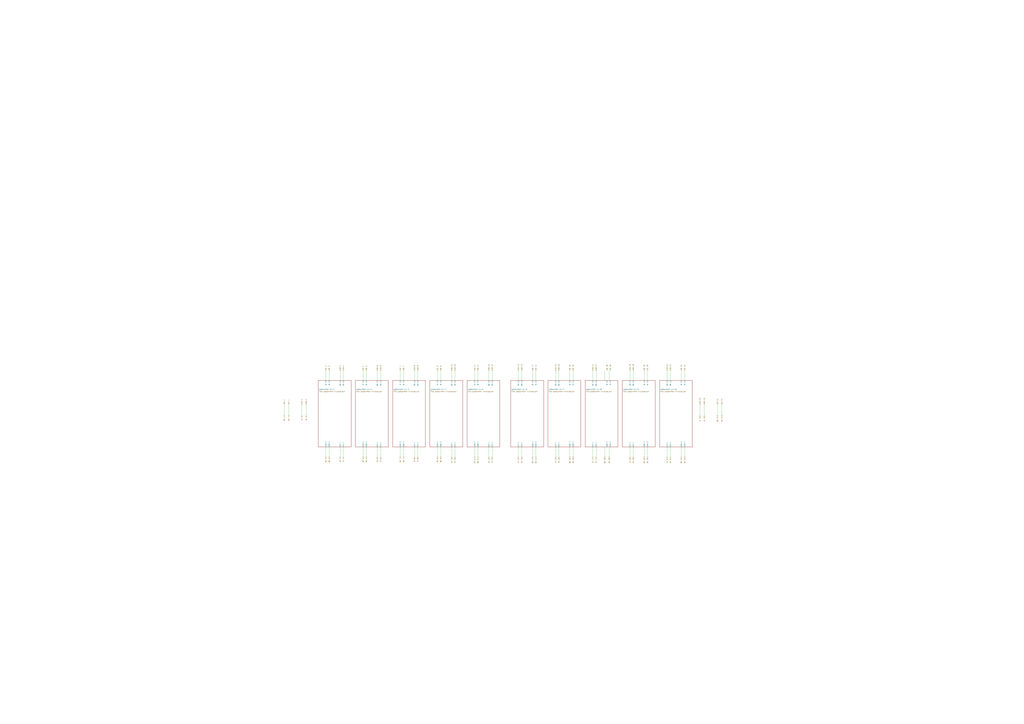
<source format=kicad_sch>
(kicad_sch
	(version 20231120)
	(generator "eeschema")
	(generator_version "8.0")
	(uuid "99161398-2f81-4d73-9532-45031819190d")
	(paper "A0")
	(lib_symbols)
	(wire
		(pts
			(xy 692.15 519.43) (xy 692.15 530.86)
		)
		(stroke
			(width 0)
			(type default)
		)
		(uuid "03ef1d2a-1eeb-444a-b294-499fba90be99")
	)
	(wire
		(pts
			(xy 567.69 519.43) (xy 567.69 530.86)
		)
		(stroke
			(width 0)
			(type default)
		)
		(uuid "04b1edcb-79ac-4220-97cc-0f49febe8cf7")
	)
	(wire
		(pts
			(xy 661.67 430.53) (xy 661.67 441.96)
		)
		(stroke
			(width 0)
			(type default)
		)
		(uuid "07e817a8-27e8-419d-8fbf-0197b9a124f2")
	)
	(wire
		(pts
			(xy 551.18 430.53) (xy 551.18 441.96)
		)
		(stroke
			(width 0)
			(type default)
		)
		(uuid "0a3d463e-151f-4f99-962f-01b7b4ca4c7b")
	)
	(wire
		(pts
			(xy 645.16 519.43) (xy 645.16 530.86)
		)
		(stroke
			(width 0)
			(type default)
		)
		(uuid "103569d0-30f8-4228-b7dd-18df522b625f")
	)
	(wire
		(pts
			(xy 421.64 430.53) (xy 421.64 441.96)
		)
		(stroke
			(width 0)
			(type default)
		)
		(uuid "14c7b07e-0ba2-4ab7-afb7-c6e83b80d462")
	)
	(wire
		(pts
			(xy 817.88 469.9) (xy 817.88 482.6)
		)
		(stroke
			(width 0)
			(type default)
		)
		(uuid "1e495002-f0e9-4ac0-b98f-222a28996546")
	)
	(wire
		(pts
			(xy 464.82 430.53) (xy 464.82 441.96)
		)
		(stroke
			(width 0)
			(type default)
		)
		(uuid "2090f557-9e12-4ec1-bdf8-095a22f78b8b")
	)
	(wire
		(pts
			(xy 707.39 430.53) (xy 707.39 441.96)
		)
		(stroke
			(width 0)
			(type default)
		)
		(uuid "2275169c-48f0-4ec7-93fe-3cb46beb7b77")
	)
	(wire
		(pts
			(xy 702.31 519.43) (xy 702.31 530.86)
		)
		(stroke
			(width 0)
			(type default)
		)
		(uuid "237a5158-e4d7-467d-b2b5-ef9da608a523")
	)
	(wire
		(pts
			(xy 735.33 430.53) (xy 735.33 441.96)
		)
		(stroke
			(width 0)
			(type default)
		)
		(uuid "273687c6-638b-4137-9674-f69a2bce4bf2")
	)
	(wire
		(pts
			(xy 394.97 430.53) (xy 394.97 441.96)
		)
		(stroke
			(width 0)
			(type default)
		)
		(uuid "279393c6-ef64-46ac-8cd2-c0f5edafb0f4")
	)
	(wire
		(pts
			(xy 774.7 519.43) (xy 774.7 530.86)
		)
		(stroke
			(width 0)
			(type default)
		)
		(uuid "27d0d40f-80ed-4129-97f3-c4d2d0108462")
	)
	(wire
		(pts
			(xy 528.32 430.53) (xy 528.32 441.96)
		)
		(stroke
			(width 0)
			(type default)
		)
		(uuid "28ca2837-9a58-46a7-88bb-056079c15e03")
	)
	(wire
		(pts
			(xy 707.39 519.43) (xy 707.39 530.86)
		)
		(stroke
			(width 0)
			(type default)
		)
		(uuid "34a57f4a-96ee-4f61-9d58-cb797c7bb419")
	)
	(wire
		(pts
			(xy 508 430.53) (xy 508 441.96)
		)
		(stroke
			(width 0)
			(type default)
		)
		(uuid "398ab76a-00af-4a7b-a8b8-443f34ddac0a")
	)
	(wire
		(pts
			(xy 355.6 482.6) (xy 355.6 469.9)
		)
		(stroke
			(width 0)
			(type default)
		)
		(uuid "3a8b9d00-fda6-4081-96e1-4d6d86cf9b43")
	)
	(wire
		(pts
			(xy 382.27 519.43) (xy 382.27 530.86)
		)
		(stroke
			(width 0)
			(type default)
		)
		(uuid "419259ad-011f-474d-bf2e-49586ecccc7d")
	)
	(wire
		(pts
			(xy 571.5 519.43) (xy 571.5 530.86)
		)
		(stroke
			(width 0)
			(type default)
		)
		(uuid "45eadb70-5e5d-4806-85a6-ad7d1492e1ea")
	)
	(wire
		(pts
			(xy 778.51 430.53) (xy 778.51 441.96)
		)
		(stroke
			(width 0)
			(type default)
		)
		(uuid "47734316-0196-48a3-a71e-98b6b244247f")
	)
	(wire
		(pts
			(xy 702.31 430.53) (xy 702.31 441.96)
		)
		(stroke
			(width 0)
			(type default)
		)
		(uuid "4a16c4ed-9484-4d09-9840-402c1e38e8b0")
	)
	(wire
		(pts
			(xy 605.79 519.43) (xy 605.79 530.86)
		)
		(stroke
			(width 0)
			(type default)
		)
		(uuid "50084131-03d7-400c-b420-9ee5c55439ac")
	)
	(wire
		(pts
			(xy 425.45 430.53) (xy 425.45 441.96)
		)
		(stroke
			(width 0)
			(type default)
		)
		(uuid "507cc8a3-2544-48d5-896e-e7b85a9024f5")
	)
	(wire
		(pts
			(xy 665.48 519.43) (xy 665.48 530.86)
		)
		(stroke
			(width 0)
			(type default)
		)
		(uuid "53d50e32-9c2d-48e3-bcfd-62b627a99b90")
	)
	(wire
		(pts
			(xy 481.33 430.53) (xy 481.33 441.96)
		)
		(stroke
			(width 0)
			(type default)
		)
		(uuid "53fbc191-54e1-4edf-8287-7c9b174de417")
	)
	(wire
		(pts
			(xy 622.3 519.43) (xy 622.3 530.86)
		)
		(stroke
			(width 0)
			(type default)
		)
		(uuid "589b9814-a3f2-46d9-a312-6a8619795a4f")
	)
	(wire
		(pts
			(xy 464.82 519.43) (xy 464.82 530.86)
		)
		(stroke
			(width 0)
			(type default)
		)
		(uuid "58b58163-46a6-4439-9eaa-5c94f1bd5bff")
	)
	(wire
		(pts
			(xy 688.34 519.43) (xy 688.34 530.86)
		)
		(stroke
			(width 0)
			(type default)
		)
		(uuid "5ab80698-5a28-472a-a712-a9fd73a0e393")
	)
	(wire
		(pts
			(xy 524.51 430.53) (xy 524.51 441.96)
		)
		(stroke
			(width 0)
			(type default)
		)
		(uuid "5cc86ee0-4205-4906-a589-742dee7e8660")
	)
	(wire
		(pts
			(xy 551.18 519.43) (xy 551.18 530.86)
		)
		(stroke
			(width 0)
			(type default)
		)
		(uuid "614dbd16-e177-4486-89c1-167eba536df1")
	)
	(wire
		(pts
			(xy 795.02 519.43) (xy 795.02 530.86)
		)
		(stroke
			(width 0)
			(type default)
		)
		(uuid "6216dfea-4cdb-4bfe-bbec-266791c111a9")
	)
	(wire
		(pts
			(xy 795.02 430.53) (xy 795.02 441.96)
		)
		(stroke
			(width 0)
			(type default)
		)
		(uuid "6355fa77-8291-466e-8fc9-ad37b479e5af")
	)
	(wire
		(pts
			(xy 622.3 430.53) (xy 622.3 441.96)
		)
		(stroke
			(width 0)
			(type default)
		)
		(uuid "68daf35f-9d6e-4a8c-80f7-650ba742dbcc")
	)
	(wire
		(pts
			(xy 441.96 430.53) (xy 441.96 441.96)
		)
		(stroke
			(width 0)
			(type default)
		)
		(uuid "6a112ff4-c961-4a6f-9a88-5443ff79e8a4")
	)
	(wire
		(pts
			(xy 645.16 430.53) (xy 645.16 441.96)
		)
		(stroke
			(width 0)
			(type default)
		)
		(uuid "6a72b760-5158-4552-90da-4af457bca46e")
	)
	(wire
		(pts
			(xy 648.97 519.43) (xy 648.97 530.86)
		)
		(stroke
			(width 0)
			(type default)
		)
		(uuid "6c704755-8d06-492e-a3ac-ac211f2c8349")
	)
	(wire
		(pts
			(xy 812.8 469.9) (xy 812.8 482.6)
		)
		(stroke
			(width 0)
			(type default)
		)
		(uuid "6d333c43-9994-4072-a790-f98fa0eb1b64")
	)
	(wire
		(pts
			(xy 330.2 482.6) (xy 330.2 469.9)
		)
		(stroke
			(width 0)
			(type default)
		)
		(uuid "728ce88f-0d8d-47ed-bb09-fa7e880cf301")
	)
	(wire
		(pts
			(xy 481.33 519.43) (xy 481.33 530.86)
		)
		(stroke
			(width 0)
			(type default)
		)
		(uuid "75b2c8d1-949d-413c-b96c-283f0ba2ddb2")
	)
	(wire
		(pts
			(xy 485.14 430.53) (xy 485.14 441.96)
		)
		(stroke
			(width 0)
			(type default)
		)
		(uuid "75c5a3fd-5cfe-430c-8c6f-2fb360e25c97")
	)
	(wire
		(pts
			(xy 838.2 469.9) (xy 838.2 482.6)
		)
		(stroke
			(width 0)
			(type default)
		)
		(uuid "7d62802b-866d-4ca5-bfd9-19afe8f94bfd")
	)
	(wire
		(pts
			(xy 528.32 519.43) (xy 528.32 530.86)
		)
		(stroke
			(width 0)
			(type default)
		)
		(uuid "80870aa8-54c1-492a-982a-f1db26561c13")
	)
	(wire
		(pts
			(xy 571.5 430.53) (xy 571.5 441.96)
		)
		(stroke
			(width 0)
			(type default)
		)
		(uuid "81c60680-93aa-445c-a2db-7852a3db46c0")
	)
	(wire
		(pts
			(xy 378.46 519.43) (xy 378.46 530.86)
		)
		(stroke
			(width 0)
			(type default)
		)
		(uuid "83247dda-75c4-4c90-9af8-43df0f073c03")
	)
	(wire
		(pts
			(xy 524.51 519.43) (xy 524.51 530.86)
		)
		(stroke
			(width 0)
			(type default)
		)
		(uuid "8bad9fff-7b51-4f76-9c2d-11b01330742f")
	)
	(wire
		(pts
			(xy 731.52 519.43) (xy 731.52 530.86)
		)
		(stroke
			(width 0)
			(type default)
		)
		(uuid "8ee34c08-175f-46eb-89a5-f4399b45eccc")
	)
	(wire
		(pts
			(xy 394.97 519.43) (xy 394.97 530.86)
		)
		(stroke
			(width 0)
			(type default)
		)
		(uuid "91fc253a-59a8-4080-9760-8ff99f047e81")
	)
	(wire
		(pts
			(xy 748.03 430.53) (xy 748.03 441.96)
		)
		(stroke
			(width 0)
			(type default)
		)
		(uuid "94892001-183d-46d4-b25e-745d614db488")
	)
	(wire
		(pts
			(xy 398.78 430.53) (xy 398.78 441.96)
		)
		(stroke
			(width 0)
			(type default)
		)
		(uuid "98e86458-3eb2-48a4-94e7-6d2c57727173")
	)
	(wire
		(pts
			(xy 688.34 430.53) (xy 688.34 441.96)
		)
		(stroke
			(width 0)
			(type default)
		)
		(uuid "9b45fe86-7ec4-482b-9f27-b960fa2d3b30")
	)
	(wire
		(pts
			(xy 648.97 430.53) (xy 648.97 441.96)
		)
		(stroke
			(width 0)
			(type default)
		)
		(uuid "9bcb8b22-7de4-43f7-9612-ab33e4866af8")
	)
	(wire
		(pts
			(xy 438.15 519.43) (xy 438.15 530.86)
		)
		(stroke
			(width 0)
			(type default)
		)
		(uuid "a94303b1-3d35-4aa5-bc36-7def51aa7f97")
	)
	(wire
		(pts
			(xy 378.46 430.53) (xy 378.46 441.96)
		)
		(stroke
			(width 0)
			(type default)
		)
		(uuid "acd62100-3b75-4fe8-96e4-7ec80e18eb76")
	)
	(wire
		(pts
			(xy 731.52 430.53) (xy 731.52 441.96)
		)
		(stroke
			(width 0)
			(type default)
		)
		(uuid "ae8b4b45-a7be-454d-aba4-61bddbb43dbf")
	)
	(wire
		(pts
			(xy 511.81 519.43) (xy 511.81 530.86)
		)
		(stroke
			(width 0)
			(type default)
		)
		(uuid "afa2a78f-762a-491c-b43f-fe36f7bdd660")
	)
	(wire
		(pts
			(xy 748.03 519.43) (xy 748.03 530.86)
		)
		(stroke
			(width 0)
			(type default)
		)
		(uuid "b0f5d69d-06af-4ed2-8df4-364528809a05")
	)
	(wire
		(pts
			(xy 791.21 519.43) (xy 791.21 530.86)
		)
		(stroke
			(width 0)
			(type default)
		)
		(uuid "b2d2bfff-a87f-4929-a2c3-c68868d918ef")
	)
	(wire
		(pts
			(xy 554.99 519.43) (xy 554.99 530.86)
		)
		(stroke
			(width 0)
			(type default)
		)
		(uuid "b3114d5f-0885-4a8c-b7fe-c2039f784a8a")
	)
	(wire
		(pts
			(xy 554.99 430.53) (xy 554.99 441.96)
		)
		(stroke
			(width 0)
			(type default)
		)
		(uuid "b356fd82-6d7c-4c40-9b1e-001fc8783c92")
	)
	(wire
		(pts
			(xy 567.69 430.53) (xy 567.69 441.96)
		)
		(stroke
			(width 0)
			(type default)
		)
		(uuid "b634d024-fd8b-4d34-9136-373af496e2f6")
	)
	(wire
		(pts
			(xy 421.64 519.43) (xy 421.64 530.86)
		)
		(stroke
			(width 0)
			(type default)
		)
		(uuid "b6644854-6796-4b69-86ff-f694ca2086dd")
	)
	(wire
		(pts
			(xy 601.98 519.43) (xy 601.98 530.86)
		)
		(stroke
			(width 0)
			(type default)
		)
		(uuid "bf9f5553-8a6d-42f8-a81d-8c71e2ad2d5b")
	)
	(wire
		(pts
			(xy 751.84 519.43) (xy 751.84 530.86)
		)
		(stroke
			(width 0)
			(type default)
		)
		(uuid "c768873a-0793-4ce1-a888-a13374cb16ef")
	)
	(wire
		(pts
			(xy 751.84 430.53) (xy 751.84 441.96)
		)
		(stroke
			(width 0)
			(type default)
		)
		(uuid "c82abb98-cba5-4d1f-919e-4feac84378bc")
	)
	(wire
		(pts
			(xy 735.33 519.43) (xy 735.33 530.86)
		)
		(stroke
			(width 0)
			(type default)
		)
		(uuid "ca729230-52a0-4b77-bb18-65b513305822")
	)
	(wire
		(pts
			(xy 833.12 469.9) (xy 833.12 482.6)
		)
		(stroke
			(width 0)
			(type default)
		)
		(uuid "cfe5cb15-872b-4eb5-ae90-d68bbf34a2a3")
	)
	(wire
		(pts
			(xy 511.81 430.53) (xy 511.81 441.96)
		)
		(stroke
			(width 0)
			(type default)
		)
		(uuid "cff87d13-1afd-42d7-ab3e-c50c62dde418")
	)
	(wire
		(pts
			(xy 398.78 519.43) (xy 398.78 530.86)
		)
		(stroke
			(width 0)
			(type default)
		)
		(uuid "d3b85bda-c691-4716-ac6f-d1c0fbf78202")
	)
	(wire
		(pts
			(xy 774.7 430.53) (xy 774.7 441.96)
		)
		(stroke
			(width 0)
			(type default)
		)
		(uuid "d44b45d7-f893-4eeb-90b5-9bf8f0a716af")
	)
	(wire
		(pts
			(xy 692.15 430.53) (xy 692.15 441.96)
		)
		(stroke
			(width 0)
			(type default)
		)
		(uuid "d5be48a4-8dc8-404a-ba70-6a1b3321529e")
	)
	(wire
		(pts
			(xy 468.63 430.53) (xy 468.63 441.96)
		)
		(stroke
			(width 0)
			(type default)
		)
		(uuid "d722cdff-4b55-4234-b60c-82179094b118")
	)
	(wire
		(pts
			(xy 601.98 430.53) (xy 601.98 441.96)
		)
		(stroke
			(width 0)
			(type default)
		)
		(uuid "d98bd84c-f7bb-4696-988d-591935f6f60c")
	)
	(wire
		(pts
			(xy 485.14 519.43) (xy 485.14 530.86)
		)
		(stroke
			(width 0)
			(type default)
		)
		(uuid "dcbe2151-1278-4893-94ed-30135e67b1ca")
	)
	(wire
		(pts
			(xy 778.51 519.43) (xy 778.51 530.86)
		)
		(stroke
			(width 0)
			(type default)
		)
		(uuid "dd4d7dee-4ff6-4b15-820e-f80e9eb08db4")
	)
	(wire
		(pts
			(xy 618.49 519.43) (xy 618.49 530.86)
		)
		(stroke
			(width 0)
			(type default)
		)
		(uuid "ddf5efc5-0a39-4641-9206-735b3eb93303")
	)
	(wire
		(pts
			(xy 438.15 430.53) (xy 438.15 441.96)
		)
		(stroke
			(width 0)
			(type default)
		)
		(uuid "e220b21c-8021-44a7-afd6-04127c37ffb5")
	)
	(wire
		(pts
			(xy 468.63 519.43) (xy 468.63 530.86)
		)
		(stroke
			(width 0)
			(type default)
		)
		(uuid "e300ee61-1703-4e58-9167-3889a70a4277")
	)
	(wire
		(pts
			(xy 618.49 430.53) (xy 618.49 441.96)
		)
		(stroke
			(width 0)
			(type default)
		)
		(uuid "e51a487e-36f5-4906-8e93-7b754b61d677")
	)
	(wire
		(pts
			(xy 791.21 430.53) (xy 791.21 441.96)
		)
		(stroke
			(width 0)
			(type default)
		)
		(uuid "e8380f39-8719-4aec-b4df-1a17aadd13af")
	)
	(wire
		(pts
			(xy 350.52 482.6) (xy 350.52 469.9)
		)
		(stroke
			(width 0)
			(type default)
		)
		(uuid "ea4b8f4a-b982-4564-ba4b-c46885f16a45")
	)
	(wire
		(pts
			(xy 508 519.43) (xy 508 530.86)
		)
		(stroke
			(width 0)
			(type default)
		)
		(uuid "eacef1c7-bc22-4c35-a143-fb9ba93f7436")
	)
	(wire
		(pts
			(xy 382.27 430.53) (xy 382.27 441.96)
		)
		(stroke
			(width 0)
			(type default)
		)
		(uuid "eca3a7ac-a48c-479f-9c45-c4b0e9750410")
	)
	(wire
		(pts
			(xy 335.28 482.6) (xy 335.28 469.9)
		)
		(stroke
			(width 0)
			(type default)
		)
		(uuid "f746664c-1077-4d36-8678-a931b4d349c7")
	)
	(wire
		(pts
			(xy 441.96 519.43) (xy 441.96 530.86)
		)
		(stroke
			(width 0)
			(type default)
		)
		(uuid "f833624d-ec40-4f39-971c-747f687fb41d")
	)
	(wire
		(pts
			(xy 665.48 430.53) (xy 665.48 441.96)
		)
		(stroke
			(width 0)
			(type default)
		)
		(uuid "f8968b8b-21ca-42a1-af6b-b7158f608506")
	)
	(wire
		(pts
			(xy 605.79 430.53) (xy 605.79 441.96)
		)
		(stroke
			(width 0)
			(type default)
		)
		(uuid "f9bfea69-2354-415f-b763-81e3c788ac25")
	)
	(wire
		(pts
			(xy 425.45 519.43) (xy 425.45 530.86)
		)
		(stroke
			(width 0)
			(type default)
		)
		(uuid "fac67fed-bb85-4194-b83c-16f5cf954b0b")
	)
	(wire
		(pts
			(xy 661.67 519.43) (xy 661.67 530.86)
		)
		(stroke
			(width 0)
			(type default)
		)
		(uuid "fe8bcd12-1c53-4cdc-8431-26728bd0a0fc")
	)
	(hierarchical_label "BO 20"
		(shape output)
		(at 748.03 530.86 270)
		(fields_autoplaced yes)
		(effects
			(font
				(size 1.27 1.27)
			)
			(justify right)
		)
		(uuid "03de4795-60f0-4716-906d-6d59d626cf54")
	)
	(hierarchical_label "BO 8"
		(shape output)
		(at 485.14 430.53 90)
		(fields_autoplaced yes)
		(effects
			(font
				(size 1.27 1.27)
			)
			(justify left)
		)
		(uuid "05d3aac6-5e84-4467-a01e-79a50f297105")
	)
	(hierarchical_label "DO 11"
		(shape output)
		(at 551.18 530.86 270)
		(fields_autoplaced yes)
		(effects
			(font
				(size 1.27 1.27)
			)
			(justify right)
		)
		(uuid "099d2f5c-ddb6-41a1-be0b-236b62a1227d")
	)
	(hierarchical_label "DI 16"
		(shape input)
		(at 665.48 430.53 90)
		(fields_autoplaced yes)
		(effects
			(font
				(size 1.27 1.27)
			)
			(justify left)
		)
		(uuid "13293af8-9ce3-4a49-838c-60eddc3944b4")
	)
	(hierarchical_label "DI 4"
		(shape input)
		(at 398.78 530.86 270)
		(fields_autoplaced yes)
		(effects
			(font
				(size 1.27 1.27)
			)
			(justify right)
		)
		(uuid "15816773-c5d3-4880-96bb-75d210db7a5e")
	)
	(hierarchical_label "BO 1"
		(shape output)
		(at 330.2 482.6 270)
		(fields_autoplaced yes)
		(effects
			(font
				(size 1.27 1.27)
			)
			(justify right)
		)
		(uuid "163fc8c7-f3b3-4d16-a883-2bf1d7149fab")
	)
	(hierarchical_label "BO 9"
		(shape output)
		(at 511.81 530.86 270)
		(fields_autoplaced yes)
		(effects
			(font
				(size 1.27 1.27)
			)
			(justify right)
		)
		(uuid "198046b4-b832-47ca-b21f-b4afa77d6002")
	)
	(hierarchical_label "BI 4"
		(shape input)
		(at 394.97 530.86 270)
		(fields_autoplaced yes)
		(effects
			(font
				(size 1.27 1.27)
			)
			(justify right)
		)
		(uuid "1bcb9902-39f4-4522-8fc9-ee0c11018f01")
	)
	(hierarchical_label "DI 5"
		(shape input)
		(at 421.64 430.53 90)
		(fields_autoplaced yes)
		(effects
			(font
				(size 1.27 1.27)
			)
			(justify left)
		)
		(uuid "1cffc81d-98b8-4274-ae1c-1ed60d172ae9")
	)
	(hierarchical_label "BO 2"
		(shape output)
		(at 355.6 469.9 90)
		(fields_autoplaced yes)
		(effects
			(font
				(size 1.27 1.27)
			)
			(justify left)
		)
		(uuid "23b59ab3-bb28-4b15-bf73-fae0210940a5")
	)
	(hierarchical_label "BI 5"
		(shape input)
		(at 425.45 430.53 90)
		(fields_autoplaced yes)
		(effects
			(font
				(size 1.27 1.27)
			)
			(justify left)
		)
		(uuid "23f6f9e6-e766-4fc3-83d4-2c67aa457f8a")
	)
	(hierarchical_label "DO 13"
		(shape output)
		(at 601.98 430.53 90)
		(fields_autoplaced yes)
		(effects
			(font
				(size 1.27 1.27)
			)
			(justify left)
		)
		(uuid "2ace4775-258b-4e26-a78b-57afad50e720")
	)
	(hierarchical_label "DO 14"
		(shape output)
		(at 622.3 530.86 270)
		(fields_autoplaced yes)
		(effects
			(font
				(size 1.27 1.27)
			)
			(justify right)
		)
		(uuid "2c201f4e-5057-4cde-b098-5d0ff9f3d80b")
	)
	(hierarchical_label "BI 19"
		(shape input)
		(at 735.33 530.86 270)
		(fields_autoplaced yes)
		(effects
			(font
				(size 1.27 1.27)
			)
			(justify right)
		)
		(uuid "2da69cef-81f7-4ef6-8205-d7f0146dec53")
	)
	(hierarchical_label "BO 18"
		(shape output)
		(at 702.31 530.86 270)
		(fields_autoplaced yes)
		(effects
			(font
				(size 1.27 1.27)
			)
			(justify right)
		)
		(uuid "31072a36-437e-44c0-a28e-7ec4d908b7c4")
	)
	(hierarchical_label "BI 3"
		(shape input)
		(at 382.27 430.53 90)
		(fields_autoplaced yes)
		(effects
			(font
				(size 1.27 1.27)
			)
			(justify left)
		)
		(uuid "33fe1a46-2abf-4311-8425-6abf6883eee0")
	)
	(hierarchical_label "DO 21"
		(shape output)
		(at 774.7 430.53 90)
		(fields_autoplaced yes)
		(effects
			(font
				(size 1.27 1.27)
			)
			(justify left)
		)
		(uuid "35dc2aba-7062-4f7f-bb62-91ccb08f81b5")
	)
	(hierarchical_label "DI 20"
		(shape input)
		(at 751.84 430.53 90)
		(fields_autoplaced yes)
		(effects
			(font
				(size 1.27 1.27)
			)
			(justify left)
		)
		(uuid "36caae05-8296-4eea-bd49-8002fa3f292d")
	)
	(hierarchical_label "DI 15"
		(shape input)
		(at 645.16 530.86 270)
		(fields_autoplaced yes)
		(effects
			(font
				(size 1.27 1.27)
			)
			(justify right)
		)
		(uuid "37141d73-54dd-44b6-b55f-d9509c0026dd")
	)
	(hierarchical_label "BO 12"
		(shape output)
		(at 567.69 430.53 90)
		(fields_autoplaced yes)
		(effects
			(font
				(size 1.27 1.27)
			)
			(justify left)
		)
		(uuid "38017b32-75da-4a4d-bfdf-451fbc68308e")
	)
	(hierarchical_label "DO 19"
		(shape output)
		(at 731.52 430.53 90)
		(fields_autoplaced yes)
		(effects
			(font
				(size 1.27 1.27)
			)
			(justify left)
		)
		(uuid "3a069159-3f49-4a5d-9305-6de1a52cccc3")
	)
	(hierarchical_label "DI 12"
		(shape input)
		(at 571.5 530.86 270)
		(fields_autoplaced yes)
		(effects
			(font
				(size 1.27 1.27)
			)
			(justify right)
		)
		(uuid "3b417700-8bc4-4524-af3e-ca6082864584")
	)
	(hierarchical_label "DO 4"
		(shape output)
		(at 398.78 430.53 90)
		(fields_autoplaced yes)
		(effects
			(font
				(size 1.27 1.27)
			)
			(justify left)
		)
		(uuid "3d3fd0b8-2bdd-4c37-8ff6-561f6ac44f2d")
	)
	(hierarchical_label "BI 11"
		(shape input)
		(at 554.99 430.53 90)
		(fields_autoplaced yes)
		(effects
			(font
				(size 1.27 1.27)
			)
			(justify left)
		)
		(uuid "3fc758b5-5780-4c81-9c35-c2c2a7fa7f5c")
	)
	(hierarchical_label "DO 18"
		(shape output)
		(at 707.39 530.86 270)
		(fields_autoplaced yes)
		(effects
			(font
				(size 1.27 1.27)
			)
			(justify right)
		)
		(uuid "42bb3e97-f6ce-4dd4-a770-9a2ea8c8543f")
	)
	(hierarchical_label "BO 5"
		(shape output)
		(at 425.45 530.86 270)
		(fields_autoplaced yes)
		(effects
			(font
				(size 1.27 1.27)
			)
			(justify right)
		)
		(uuid "477a2a81-0590-493a-a1f8-66674680b73a")
	)
	(hierarchical_label "BI 7"
		(shape input)
		(at 468.63 430.53 90)
		(fields_autoplaced yes)
		(effects
			(font
				(size 1.27 1.27)
			)
			(justify left)
		)
		(uuid "47f66fae-b924-433e-afdc-5aec9650cb65")
	)
	(hierarchical_label "DO 17"
		(shape output)
		(at 688.34 430.53 90)
		(fields_autoplaced yes)
		(effects
			(font
				(size 1.27 1.27)
			)
			(justify left)
		)
		(uuid "504989c8-f7d5-4228-abf2-3cada2068e39")
	)
	(hierarchical_label "DI 11"
		(shape input)
		(at 551.18 430.53 90)
		(fields_autoplaced yes)
		(effects
			(font
				(size 1.27 1.27)
			)
			(justify left)
		)
		(uuid "52cd3958-189d-42b7-b5c9-66873de59d06")
	)
	(hierarchical_label "BI 2"
		(shape input)
		(at 355.6 482.6 270)
		(fields_autoplaced yes)
		(effects
			(font
				(size 1.27 1.27)
			)
			(justify right)
		)
		(uuid "5482d753-04a1-4438-8f4f-add3ea8085dc")
	)
	(hierarchical_label "DI 23"
		(shape input)
		(at 812.8 482.6 270)
		(fields_autoplaced yes)
		(effects
			(font
				(size 1.27 1.27)
			)
			(justify right)
		)
		(uuid "57110a91-8614-4af0-a769-677fdacbf995")
	)
	(hierarchical_label "BI 9"
		(shape input)
		(at 511.81 430.53 90)
		(fields_autoplaced yes)
		(effects
			(font
				(size 1.27 1.27)
			)
			(justify left)
		)
		(uuid "587787c9-de25-436f-950c-a028b059774e")
	)
	(hierarchical_label "DO 20"
		(shape output)
		(at 751.84 530.86 270)
		(fields_autoplaced yes)
		(effects
			(font
				(size 1.27 1.27)
			)
			(justify right)
		)
		(uuid "58cc66ec-7564-45d9-9cda-d59c09281527")
	)
	(hierarchical_label "DO 9"
		(shape output)
		(at 508 530.86 270)
		(fields_autoplaced yes)
		(effects
			(font
				(size 1.27 1.27)
			)
			(justify right)
		)
		(uuid "5bfa5fce-65b0-4d2c-83d5-91de25df26f2")
	)
	(hierarchical_label "BO 19"
		(shape output)
		(at 735.33 430.53 90)
		(fields_autoplaced yes)
		(effects
			(font
				(size 1.27 1.27)
			)
			(justify left)
		)
		(uuid "61d4b4cf-411e-4c48-9691-722b60a79288")
	)
	(hierarchical_label "DI 3"
		(shape input)
		(at 378.46 430.53 90)
		(fields_autoplaced yes)
		(effects
			(font
				(size 1.27 1.27)
			)
			(justify left)
		)
		(uuid "6213c72e-1f5c-4b47-b49b-5c01bc5a18a7")
	)
	(hierarchical_label "DO 22"
		(shape output)
		(at 795.02 530.86 270)
		(fields_autoplaced yes)
		(effects
			(font
				(size 1.27 1.27)
			)
			(justify right)
		)
		(uuid "62c6d3fb-7835-46be-a70f-381f588c91e9")
	)
	(hierarchical_label "BI 1"
		(shape input)
		(at 330.2 469.9 90)
		(fields_autoplaced yes)
		(effects
			(font
				(size 1.27 1.27)
			)
			(justify left)
		)
		(uuid "6a32cec2-9dbb-48df-9102-ce6f2c684ee9")
	)
	(hierarchical_label "DO 10"
		(shape output)
		(at 528.32 430.53 90)
		(fields_autoplaced yes)
		(effects
			(font
				(size 1.27 1.27)
			)
			(justify left)
		)
		(uuid "6c90c675-a7fe-4122-a844-3a4903351aac")
	)
	(hierarchical_label "DI 19"
		(shape input)
		(at 731.52 530.86 270)
		(fields_autoplaced yes)
		(effects
			(font
				(size 1.27 1.27)
			)
			(justify right)
		)
		(uuid "6d12ff66-0615-4c87-afd6-c2b8a2755ba7")
	)
	(hierarchical_label "DI 10"
		(shape input)
		(at 528.32 530.86 270)
		(fields_autoplaced yes)
		(effects
			(font
				(size 1.27 1.27)
			)
			(justify right)
		)
		(uuid "6e8917d9-5eec-436a-ab77-f16ace1fcd9d")
	)
	(hierarchical_label "BO 14"
		(shape output)
		(at 618.49 530.86 270)
		(fields_autoplaced yes)
		(effects
			(font
				(size 1.27 1.27)
			)
			(justify right)
		)
		(uuid "6f1c77e8-3dca-4e32-b390-3783774d0491")
	)
	(hierarchical_label "DO 1"
		(shape output)
		(at 335.28 482.6 270)
		(fields_autoplaced yes)
		(effects
			(font
				(size 1.27 1.27)
			)
			(justify right)
		)
		(uuid "74bb49a3-68ab-4dfd-add4-1f460edb1bb6")
	)
	(hierarchical_label "BO 17"
		(shape output)
		(at 692.15 430.53 90)
		(fields_autoplaced yes)
		(effects
			(font
				(size 1.27 1.27)
			)
			(justify left)
		)
		(uuid "755c85af-b22d-456e-b2a0-d313f232acee")
	)
	(hierarchical_label "DI 13"
		(shape input)
		(at 601.98 530.86 270)
		(fields_autoplaced yes)
		(effects
			(font
				(size 1.27 1.27)
			)
			(justify right)
		)
		(uuid "76327cd2-8529-4b78-8fbe-a7ef95112fad")
	)
	(hierarchical_label "DO 12"
		(shape output)
		(at 571.5 430.53 90)
		(fields_autoplaced yes)
		(effects
			(font
				(size 1.27 1.27)
			)
			(justify left)
		)
		(uuid "76e2544d-c442-481e-bd10-13922fe9da90")
	)
	(hierarchical_label "BO 4"
		(shape output)
		(at 394.97 430.53 90)
		(fields_autoplaced yes)
		(effects
			(font
				(size 1.27 1.27)
			)
			(justify left)
		)
		(uuid "77288538-1094-48eb-aadd-963a998930eb")
	)
	(hierarchical_label "DO 5"
		(shape output)
		(at 421.64 530.86 270)
		(fields_autoplaced yes)
		(effects
			(font
				(size 1.27 1.27)
			)
			(justify right)
		)
		(uuid "7857e551-69ff-4f03-b9cb-a4a847ee8591")
	)
	(hierarchical_label "BO 16"
		(shape output)
		(at 661.67 530.86 270)
		(fields_autoplaced yes)
		(effects
			(font
				(size 1.27 1.27)
			)
			(justify right)
		)
		(uuid "7fc1ae6e-656a-437e-96e8-0525c35dccaa")
	)
	(hierarchical_label "DI 7"
		(shape input)
		(at 464.82 430.53 90)
		(fields_autoplaced yes)
		(effects
			(font
				(size 1.27 1.27)
			)
			(justify left)
		)
		(uuid "84be080e-9c09-4932-ae42-848505187b79")
	)
	(hierarchical_label "BI 21"
		(shape input)
		(at 778.51 530.86 270)
		(fields_autoplaced yes)
		(effects
			(font
				(size 1.27 1.27)
			)
			(justify right)
		)
		(uuid "85171fc9-cef9-40c9-9797-bc3388c0839d")
	)
	(hierarchical_label "BI 13"
		(shape input)
		(at 605.79 530.86 270)
		(fields_autoplaced yes)
		(effects
			(font
				(size 1.27 1.27)
			)
			(justify right)
		)
		(uuid "854613d5-d643-43f9-b457-9e93d885e552")
	)
	(hierarchical_label "BO 24"
		(shape output)
		(at 833.12 482.6 270)
		(fields_autoplaced yes)
		(effects
			(font
				(size 1.27 1.27)
			)
			(justify right)
		)
		(uuid "8e241e8c-100a-44c6-a8eb-a2fc834de00a")
	)
	(hierarchical_label "DO 24"
		(shape output)
		(at 838.2 482.6 270)
		(fields_autoplaced yes)
		(effects
			(font
				(size 1.27 1.27)
			)
			(justify right)
		)
		(uuid "93a46db6-9ab2-4dcd-af0f-c039f23f8902")
	)
	(hierarchical_label "BI 24"
		(shape input)
		(at 833.12 469.9 90)
		(fields_autoplaced yes)
		(effects
			(font
				(size 1.27 1.27)
			)
			(justify left)
		)
		(uuid "971c079e-dd5f-4aa2-876d-c462db3aa827")
	)
	(hierarchical_label "DI 22"
		(shape input)
		(at 795.02 430.53 90)
		(fields_autoplaced yes)
		(effects
			(font
				(size 1.27 1.27)
			)
			(justify left)
		)
		(uuid "9cdd6793-8e97-4de3-adc9-1920baf0d35b")
	)
	(hierarchical_label "DI 18"
		(shape input)
		(at 708.66 430.53 90)
		(fields_autoplaced yes)
		(effects
			(font
				(size 1.27 1.27)
			)
			(justify left)
		)
		(uuid "9e77a070-107b-4010-b2d1-cb6c3ce9aa81")
	)
	(hierarchical_label "BI 8"
		(shape input)
		(at 481.33 530.86 270)
		(fields_autoplaced yes)
		(effects
			(font
				(size 1.27 1.27)
			)
			(justify right)
		)
		(uuid "a09ced6a-da15-474a-a450-e0b2a0d37d0a")
	)
	(hierarchical_label "BO 6"
		(shape output)
		(at 438.15 430.53 90)
		(fields_autoplaced yes)
		(effects
			(font
				(size 1.27 1.27)
			)
			(justify left)
		)
		(uuid "a0a72c72-ada3-46ba-b7be-57fe50d96c6c")
	)
	(hierarchical_label "BO 13"
		(shape output)
		(at 605.79 430.53 90)
		(fields_autoplaced yes)
		(effects
			(font
				(size 1.27 1.27)
			)
			(justify left)
		)
		(uuid "a3434560-1104-4556-a5c9-dd6b67cccf69")
	)
	(hierarchical_label "DO 3"
		(shape output)
		(at 378.46 530.86 270)
		(fields_autoplaced yes)
		(effects
			(font
				(size 1.27 1.27)
			)
			(justify right)
		)
		(uuid "a774f9cb-ff44-44dc-aac2-1a1dbad94c2f")
	)
	(hierarchical_label "DI 24"
		(shape input)
		(at 838.2 469.9 90)
		(fields_autoplaced yes)
		(effects
			(font
				(size 1.27 1.27)
			)
			(justify left)
		)
		(uuid "a8fa1ac7-0d62-4631-885e-28e8b48929d0")
	)
	(hierarchical_label "DI 9"
		(shape input)
		(at 508 430.53 90)
		(fields_autoplaced yes)
		(effects
			(font
				(size 1.27 1.27)
			)
			(justify left)
		)
		(uuid "aba1b958-bd0b-4da2-9af9-b0bdde2064fe")
	)
	(hierarchical_label "BO 7"
		(shape output)
		(at 468.63 530.86 270)
		(fields_autoplaced yes)
		(effects
			(font
				(size 1.27 1.27)
			)
			(justify right)
		)
		(uuid "acfee449-03b4-4347-96fc-b2367feeba23")
	)
	(hierarchical_label "BI 15"
		(shape input)
		(at 648.97 530.86 270)
		(fields_autoplaced yes)
		(effects
			(font
				(size 1.27 1.27)
			)
			(justify right)
		)
		(uuid "adc70dae-1ca0-42e5-a43b-2f436d9b0757")
	)
	(hierarchical_label "DO 15"
		(shape output)
		(at 645.16 430.53 90)
		(fields_autoplaced yes)
		(effects
			(font
				(size 1.27 1.27)
			)
			(justify left)
		)
		(uuid "af024882-1b11-4174-ad76-9fc4fd9eef7b")
	)
	(hierarchical_label "DI 1"
		(shape input)
		(at 335.28 469.9 90)
		(fields_autoplaced yes)
		(effects
			(font
				(size 1.27 1.27)
			)
			(justify left)
		)
		(uuid "b7cfe31b-bbc9-40b7-b1c1-392bc56dca82")
	)
	(hierarchical_label "BO 21"
		(shape output)
		(at 778.51 430.53 90)
		(fields_autoplaced yes)
		(effects
			(font
				(size 1.27 1.27)
			)
			(justify left)
		)
		(uuid "bd9ed451-356e-453d-ba60-d5c236627c22")
	)
	(hierarchical_label "DO 7"
		(shape output)
		(at 464.82 530.86 270)
		(fields_autoplaced yes)
		(effects
			(font
				(size 1.27 1.27)
			)
			(justify right)
		)
		(uuid "bde9e8a1-1520-498d-8edd-4c8c10dd5887")
	)
	(hierarchical_label "DI 14"
		(shape input)
		(at 622.3 430.53 90)
		(fields_autoplaced yes)
		(effects
			(font
				(size 1.27 1.27)
			)
			(justify left)
		)
		(uuid "c0ab7eb9-218e-46ff-b3ed-2d77e9c2bf88")
	)
	(hierarchical_label "BI 6"
		(shape input)
		(at 438.15 530.86 270)
		(fields_autoplaced yes)
		(effects
			(font
				(size 1.27 1.27)
			)
			(justify right)
		)
		(uuid "c3d943f9-901f-4afa-8e57-ecc3c5449da3")
	)
	(hierarchical_label "DO 23"
		(shape output)
		(at 812.8 469.9 90)
		(fields_autoplaced yes)
		(effects
			(font
				(size 1.27 1.27)
			)
			(justify left)
		)
		(uuid "c5d5887d-d171-4ef4-9233-e1e61d399c9c")
	)
	(hierarchical_label "BO 23"
		(shape output)
		(at 817.88 469.9 90)
		(fields_autoplaced yes)
		(effects
			(font
				(size 1.27 1.27)
			)
			(justify left)
		)
		(uuid "c72efa4f-3f3f-4f8b-a612-45db093bb3f3")
	)
	(hierarchical_label "BI 12"
		(shape input)
		(at 567.69 530.86 270)
		(fields_autoplaced yes)
		(effects
			(font
				(size 1.27 1.27)
			)
			(justify right)
		)
		(uuid "ce949524-c571-4309-8562-c1c4beb7fc3f")
	)
	(hierarchical_label "BI 20"
		(shape input)
		(at 748.03 430.53 90)
		(fields_autoplaced yes)
		(effects
			(font
				(size 1.27 1.27)
			)
			(justify left)
		)
		(uuid "d0960a6c-47dc-4f9e-9f59-040a7f11fd13")
	)
	(hierarchical_label "DO 6"
		(shape output)
		(at 441.96 430.53 90)
		(fields_autoplaced yes)
		(effects
			(font
				(size 1.27 1.27)
			)
			(justify left)
		)
		(uuid "d198a16b-b153-4808-9ef8-bce26c67c463")
	)
	(hierarchical_label "BO 15"
		(shape output)
		(at 648.97 430.53 90)
		(fields_autoplaced yes)
		(effects
			(font
				(size 1.27 1.27)
			)
			(justify left)
		)
		(uuid "d2abd84b-7c7d-45da-8a4d-cbedff07f030")
	)
	(hierarchical_label "BI 10"
		(shape input)
		(at 524.51 530.86 270)
		(fields_autoplaced yes)
		(effects
			(font
				(size 1.27 1.27)
			)
			(justify right)
		)
		(uuid "d352fae4-cad7-4eeb-9aac-10c1a4423a3a")
	)
	(hierarchical_label "BI 14"
		(shape input)
		(at 618.49 430.53 90)
		(fields_autoplaced yes)
		(effects
			(font
				(size 1.27 1.27)
			)
			(justify left)
		)
		(uuid "d47cf6f0-3510-4b24-9806-2d5d27f45612")
	)
	(hierarchical_label "BO 10"
		(shape output)
		(at 524.51 430.53 90)
		(fields_autoplaced yes)
		(effects
			(font
				(size 1.27 1.27)
			)
			(justify left)
		)
		(uuid "d5de7141-55bc-447e-90a0-2d43ca8a9d62")
	)
	(hierarchical_label "DI 2"
		(shape input)
		(at 350.52 482.6 270)
		(fields_autoplaced yes)
		(effects
			(font
				(size 1.27 1.27)
			)
			(justify right)
		)
		(uuid "dc0b260b-f7f2-47d2-b970-c6e5d13abe66")
	)
	(hierarchical_label "BO 22"
		(shape output)
		(at 791.21 530.86 270)
		(fields_autoplaced yes)
		(effects
			(font
				(size 1.27 1.27)
			)
			(justify right)
		)
		(uuid "e1bc890b-2e3c-4768-9799-03482d67a785")
	)
	(hierarchical_label "DI 21"
		(shape input)
		(at 774.7 530.86 270)
		(fields_autoplaced yes)
		(effects
			(font
				(size 1.27 1.27)
			)
			(justify right)
		)
		(uuid "e6ba94b9-e551-45c5-8cf4-bc16049e6bed")
	)
	(hierarchical_label "DO 8"
		(shape output)
		(at 481.33 430.53 90)
		(fields_autoplaced yes)
		(effects
			(font
				(size 1.27 1.27)
			)
			(justify left)
		)
		(uuid "e8716e61-7428-40a8-a0ac-4d0dd4ea6b9f")
	)
	(hierarchical_label "BI 22"
		(shape input)
		(at 791.21 430.53 90)
		(fields_autoplaced yes)
		(effects
			(font
				(size 1.27 1.27)
			)
			(justify left)
		)
		(uuid "ea0f8a19-6bdb-4941-a9c5-2ccc2830e948")
	)
	(hierarchical_label "BI 18"
		(shape input)
		(at 704.85 430.53 90)
		(fields_autoplaced yes)
		(effects
			(font
				(size 1.27 1.27)
			)
			(justify left)
		)
		(uuid "ea981c9b-e615-4045-abb3-b937834aa184")
	)
	(hierarchical_label "BO 11"
		(shape output)
		(at 554.99 530.86 270)
		(fields_autoplaced yes)
		(effects
			(font
				(size 1.27 1.27)
			)
			(justify right)
		)
		(uuid "ec1cdb7b-636e-41e8-887c-9b22653c5a49")
	)
	(hierarchical_label "DO 2"
		(shape output)
		(at 350.52 469.9 90)
		(fields_autoplaced yes)
		(effects
			(font
				(size 1.27 1.27)
			)
			(justify left)
		)
		(uuid "ec2c1ca5-4346-4774-ab13-df0e459c1e98")
	)
	(hierarchical_label "BO 3"
		(shape output)
		(at 382.27 530.86 270)
		(fields_autoplaced yes)
		(effects
			(font
				(size 1.27 1.27)
			)
			(justify right)
		)
		(uuid "ed331ffa-6a63-486d-bcea-ace9ee5d34b1")
	)
	(hierarchical_label "DI 8"
		(shape input)
		(at 485.14 530.86 270)
		(fields_autoplaced yes)
		(effects
			(font
				(size 1.27 1.27)
			)
			(justify right)
		)
		(uuid "ed480f24-a350-4709-ae65-d466d1233e0e")
	)
	(hierarchical_label "BI 23"
		(shape input)
		(at 817.88 482.6 270)
		(fields_autoplaced yes)
		(effects
			(font
				(size 1.27 1.27)
			)
			(justify right)
		)
		(uuid "efa33c2c-5309-42fc-a3a4-c357daa3cd05")
	)
	(hierarchical_label "BI 17"
		(shape input)
		(at 692.15 530.86 270)
		(fields_autoplaced yes)
		(effects
			(font
				(size 1.27 1.27)
			)
			(justify right)
		)
		(uuid "f40d1a65-471b-410a-ae6e-969c101e7bac")
	)
	(hierarchical_label "DI 17"
		(shape input)
		(at 688.34 530.86 270)
		(fields_autoplaced yes)
		(effects
			(font
				(size 1.27 1.27)
			)
			(justify right)
		)
		(uuid "f8cf96a2-abd5-4dfa-ab55-2bc20a8b2b23")
	)
	(hierarchical_label "DI 6"
		(shape input)
		(at 441.96 530.86 270)
		(fields_autoplaced yes)
		(effects
			(font
				(size 1.27 1.27)
			)
			(justify right)
		)
		(uuid "fa52a5b3-89be-4a61-86b0-2f6452a5fbd5")
	)
	(hierarchical_label "DO 16"
		(shape output)
		(at 665.48 530.86 270)
		(fields_autoplaced yes)
		(effects
			(font
				(size 1.27 1.27)
			)
			(justify right)
		)
		(uuid "fb31426a-56c4-4852-a431-413e34245370")
	)
	(hierarchical_label "BI 16"
		(shape input)
		(at 661.67 430.53 90)
		(fields_autoplaced yes)
		(effects
			(font
				(size 1.27 1.27)
			)
			(justify left)
		)
		(uuid "ff3602a3-d56b-4bdd-a499-695863977bb8")
	)
	(sheet
		(at 722.63 441.96)
		(size 38.1 77.47)
		(stroke
			(width 0.1524)
			(type solid)
		)
		(fill
			(color 0 0 0 0.0000)
		)
		(uuid "1084a9c9-35cc-4c82-8ae5-5fad8aada383")
		(property "Sheetname" "UpDownPair-14-9"
			(at 723.392 453.136 0)
			(effects
				(font
					(size 1.27 1.27)
				)
				(justify left bottom)
			)
		)
		(property "Sheetfile" "UpDownPair-14.kicad_sch"
			(at 723.392 454.152 0)
			(effects
				(font
					(size 1.27 1.27)
				)
				(justify left top)
			)
		)
		(pin "BO 2" output
			(at 748.03 519.43 270)
			(effects
				(font
					(size 1.27 1.27)
				)
				(justify left)
			)
			(uuid "dc2c6ce8-6e1d-4da0-a6a3-1f6356d75602")
		)
		(pin "DO 2" output
			(at 751.84 519.43 270)
			(effects
				(font
					(size 1.27 1.27)
				)
				(justify left)
			)
			(uuid "97bae51a-505a-4f28-8942-3cf5cc1649eb")
		)
		(pin "DI 1" input
			(at 731.52 519.43 270)
			(effects
				(font
					(size 1.27 1.27)
				)
				(justify left)
			)
			(uuid "4c2c1ad7-9e06-4772-b3e7-2770e557062c")
		)
		(pin "BI 1" input
			(at 735.33 519.43 270)
			(effects
				(font
					(size 1.27 1.27)
				)
				(justify left)
			)
			(uuid "881fdf2e-90f5-498c-8c65-0d9a1aa4bb7e")
		)
		(pin "DI 2" input
			(at 751.84 441.96 90)
			(effects
				(font
					(size 1.27 1.27)
				)
				(justify right)
			)
			(uuid "d89efbe4-3911-4614-a7ed-f720c92f830c")
		)
		(pin "BI 2" input
			(at 748.03 441.96 90)
			(effects
				(font
					(size 1.27 1.27)
				)
				(justify right)
			)
			(uuid "573f2502-ef8a-4c8a-a2fd-b87c8717f754")
		)
		(pin "BO 1" output
			(at 735.33 441.96 90)
			(effects
				(font
					(size 1.27 1.27)
				)
				(justify right)
			)
			(uuid "c0d8e430-ec83-486a-8e3d-88380ea83567")
		)
		(pin "DO 1" output
			(at 731.52 441.96 90)
			(effects
				(font
					(size 1.27 1.27)
				)
				(justify right)
			)
			(uuid "e8ce7dbe-4403-45eb-9d60-9e0b8f442764")
		)
		(instances
			(project "150cm_Flex"
				(path "/17df333e-d149-4392-adc0-5d83e3b66059/ab4341f5-4242-4097-b1e0-591f8cd4529e"
					(page "24")
				)
			)
		)
	)
	(sheet
		(at 542.29 441.96)
		(size 38.1 77.47)
		(stroke
			(width 0.1524)
			(type solid)
		)
		(fill
			(color 0 0 0 0.0000)
		)
		(uuid "1cdd6947-f84d-4dbd-ad73-cd1b080b2324")
		(property "Sheetname" "UpDownPair-14-5"
			(at 543.052 453.136 0)
			(effects
				(font
					(size 1.27 1.27)
				)
				(justify left bottom)
			)
		)
		(property "Sheetfile" "UpDownPair-14.kicad_sch"
			(at 543.052 454.152 0)
			(effects
				(font
					(size 1.27 1.27)
				)
				(justify left top)
			)
		)
		(pin "BO 2" output
			(at 554.99 519.43 270)
			(effects
				(font
					(size 1.27 1.27)
				)
				(justify left)
			)
			(uuid "21261cb5-97c0-45fb-bc3c-222dfc1c4686")
		)
		(pin "DO 2" output
			(at 551.18 519.43 270)
			(effects
				(font
					(size 1.27 1.27)
				)
				(justify left)
			)
			(uuid "3a07eeda-69aa-4277-911f-7a8cc51ccfc7")
		)
		(pin "DI 1" input
			(at 571.5 519.43 270)
			(effects
				(font
					(size 1.27 1.27)
				)
				(justify left)
			)
			(uuid "c656bb94-cae8-472f-871c-4c69cf2fdc29")
		)
		(pin "BI 1" input
			(at 567.69 519.43 270)
			(effects
				(font
					(size 1.27 1.27)
				)
				(justify left)
			)
			(uuid "9e0c9562-d22c-4318-a8cf-d5b07a191531")
		)
		(pin "DI 2" input
			(at 551.18 441.96 90)
			(effects
				(font
					(size 1.27 1.27)
				)
				(justify right)
			)
			(uuid "31bb146f-e5a9-4e57-924e-be492b2837c9")
		)
		(pin "BI 2" input
			(at 554.99 441.96 90)
			(effects
				(font
					(size 1.27 1.27)
				)
				(justify right)
			)
			(uuid "a88b8b87-f184-401c-8114-fe527df1cb13")
		)
		(pin "BO 1" output
			(at 567.69 441.96 90)
			(effects
				(font
					(size 1.27 1.27)
				)
				(justify right)
			)
			(uuid "956f2174-afec-4e28-a7e3-17739334ed15")
		)
		(pin "DO 1" output
			(at 571.5 441.96 90)
			(effects
				(font
					(size 1.27 1.27)
				)
				(justify right)
			)
			(uuid "7c4ec609-d8b3-48c5-b69e-a4ae70986391")
		)
		(instances
			(project "150cm_Flex"
				(path "/17df333e-d149-4392-adc0-5d83e3b66059/ab4341f5-4242-4097-b1e0-591f8cd4529e"
					(page "20")
				)
			)
		)
	)
	(sheet
		(at 679.45 441.96)
		(size 38.1 77.47)
		(stroke
			(width 0.1524)
			(type solid)
		)
		(fill
			(color 0 0 0 0.0000)
		)
		(uuid "1e8b3995-33b3-4f3c-9cea-d8dd4587a48f")
		(property "Sheetname" "UpDownPair-14-8"
			(at 680.212 453.136 0)
			(effects
				(font
					(size 1.27 1.27)
				)
				(justify left bottom)
			)
		)
		(property "Sheetfile" "UpDownPair-14.kicad_sch"
			(at 680.212 454.152 0)
			(effects
				(font
					(size 1.27 1.27)
				)
				(justify left top)
			)
		)
		(pin "BO 2" output
			(at 704.85 519.43 270)
			(effects
				(font
					(size 1.27 1.27)
				)
				(justify left)
			)
			(uuid "f7e03a48-c872-4cdf-b369-f9a7d61dce94")
		)
		(pin "DO 2" output
			(at 708.66 519.43 270)
			(effects
				(font
					(size 1.27 1.27)
				)
				(justify left)
			)
			(uuid "c70ac820-0988-4330-88e5-f72a0dac161b")
		)
		(pin "DI 1" input
			(at 688.34 519.43 270)
			(effects
				(font
					(size 1.27 1.27)
				)
				(justify left)
			)
			(uuid "be06da4d-c6e7-4a14-88c6-7126f7b93a47")
		)
		(pin "BI 1" input
			(at 692.15 519.43 270)
			(effects
				(font
					(size 1.27 1.27)
				)
				(justify left)
			)
			(uuid "2d50ae1c-1cc0-4e20-b75a-7de53729178d")
		)
		(pin "DI 2" input
			(at 708.66 441.96 90)
			(effects
				(font
					(size 1.27 1.27)
				)
				(justify right)
			)
			(uuid "b72c1bbf-2f7a-48e8-9afd-bc58da17019b")
		)
		(pin "BI 2" input
			(at 704.85 441.96 90)
			(effects
				(font
					(size 1.27 1.27)
				)
				(justify right)
			)
			(uuid "5a6d1305-4c43-4746-ac63-07f03a757402")
		)
		(pin "BO 1" output
			(at 692.15 441.96 90)
			(effects
				(font
					(size 1.27 1.27)
				)
				(justify right)
			)
			(uuid "74651e07-ff3f-4af5-ab90-d05b79e40f0e")
		)
		(pin "DO 1" output
			(at 688.34 441.96 90)
			(effects
				(font
					(size 1.27 1.27)
				)
				(justify right)
			)
			(uuid "c74b497b-2851-489a-8078-148742e70360")
		)
		(instances
			(project "150cm_Flex"
				(path "/17df333e-d149-4392-adc0-5d83e3b66059/ab4341f5-4242-4097-b1e0-591f8cd4529e"
					(page "23")
				)
			)
		)
	)
	(sheet
		(at 412.75 441.96)
		(size 38.1 77.47)
		(stroke
			(width 0.1524)
			(type solid)
		)
		(fill
			(color 0 0 0 0.0000)
		)
		(uuid "2d6d8b19-291c-4cdc-82b2-7ec3dea73ac7")
		(property "Sheetname" "UpDownPair-14-2"
			(at 413.512 453.136 0)
			(effects
				(font
					(size 1.27 1.27)
				)
				(justify left bottom)
			)
		)
		(property "Sheetfile" "UpDownPair-14.kicad_sch"
			(at 413.512 454.152 0)
			(effects
				(font
					(size 1.27 1.27)
				)
				(justify left top)
			)
		)
		(pin "BO 2" output
			(at 425.45 519.43 270)
			(effects
				(font
					(size 1.27 1.27)
				)
				(justify left)
			)
			(uuid "88e27c60-014e-4f14-b12f-ba700cc36ed9")
		)
		(pin "DO 2" output
			(at 421.64 519.43 270)
			(effects
				(font
					(size 1.27 1.27)
				)
				(justify left)
			)
			(uuid "4f014294-5d06-4326-9acc-4502f929a31b")
		)
		(pin "DI 1" input
			(at 441.96 519.43 270)
			(effects
				(font
					(size 1.27 1.27)
				)
				(justify left)
			)
			(uuid "d16f53a5-99a5-4e00-937e-7a473e801764")
		)
		(pin "BI 1" input
			(at 438.15 519.43 270)
			(effects
				(font
					(size 1.27 1.27)
				)
				(justify left)
			)
			(uuid "6db9fb67-ffef-46bd-8124-cd4fafea271c")
		)
		(pin "DI 2" input
			(at 421.64 441.96 90)
			(effects
				(font
					(size 1.27 1.27)
				)
				(justify right)
			)
			(uuid "a1b2d31e-2c41-4352-8f56-a91d176510c3")
		)
		(pin "BI 2" input
			(at 425.45 441.96 90)
			(effects
				(font
					(size 1.27 1.27)
				)
				(justify right)
			)
			(uuid "4ad9f275-bd16-4b74-8a8e-9f8def252938")
		)
		(pin "BO 1" output
			(at 438.15 441.96 90)
			(effects
				(font
					(size 1.27 1.27)
				)
				(justify right)
			)
			(uuid "92077543-28bc-496e-ba09-ccb859aeca8c")
		)
		(pin "DO 1" output
			(at 441.96 441.96 90)
			(effects
				(font
					(size 1.27 1.27)
				)
				(justify right)
			)
			(uuid "7839bbfc-2182-40f8-8ed8-f3e543f87c75")
		)
		(instances
			(project "150cm_Flex"
				(path "/17df333e-d149-4392-adc0-5d83e3b66059/ab4341f5-4242-4097-b1e0-591f8cd4529e"
					(page "17")
				)
			)
		)
	)
	(sheet
		(at 369.57 441.96)
		(size 38.1 77.47)
		(stroke
			(width 0.1524)
			(type solid)
		)
		(fill
			(color 0 0 0 0.0000)
		)
		(uuid "504afe74-8faa-4e8d-9aee-cbecba56a3e2")
		(property "Sheetname" "UpDownPair-14-1"
			(at 370.332 453.136 0)
			(effects
				(font
					(size 1.27 1.27)
				)
				(justify left bottom)
			)
		)
		(property "Sheetfile" "UpDownPair-14.kicad_sch"
			(at 370.332 454.152 0)
			(effects
				(font
					(size 1.27 1.27)
				)
				(justify left top)
			)
		)
		(pin "BO 2" output
			(at 382.27 519.43 270)
			(effects
				(font
					(size 1.27 1.27)
				)
				(justify left)
			)
			(uuid "60cf5fa1-82fa-44e6-82f1-f6f8e55d26c5")
		)
		(pin "DO 2" output
			(at 378.46 519.43 270)
			(effects
				(font
					(size 1.27 1.27)
				)
				(justify left)
			)
			(uuid "1a730018-bb69-4147-94bb-8dd5a1fcd616")
		)
		(pin "DI 1" input
			(at 398.78 519.43 270)
			(effects
				(font
					(size 1.27 1.27)
				)
				(justify left)
			)
			(uuid "24098113-5e76-4cd9-924d-b1ed6972840e")
		)
		(pin "BI 1" input
			(at 394.97 519.43 270)
			(effects
				(font
					(size 1.27 1.27)
				)
				(justify left)
			)
			(uuid "cee3b1fe-00bd-4a21-a1c6-03aa772be258")
		)
		(pin "DI 2" input
			(at 378.46 441.96 90)
			(effects
				(font
					(size 1.27 1.27)
				)
				(justify right)
			)
			(uuid "7b270c04-76aa-496f-84a7-07cad1f24201")
		)
		(pin "BI 2" input
			(at 382.27 441.96 90)
			(effects
				(font
					(size 1.27 1.27)
				)
				(justify right)
			)
			(uuid "2e128b9a-ef84-45ee-97f8-0efa9f76cf48")
		)
		(pin "BO 1" output
			(at 394.97 441.96 90)
			(effects
				(font
					(size 1.27 1.27)
				)
				(justify right)
			)
			(uuid "5324b5e5-ad19-4d52-b934-6a6d3830b233")
		)
		(pin "DO 1" output
			(at 398.78 441.96 90)
			(effects
				(font
					(size 1.27 1.27)
				)
				(justify right)
			)
			(uuid "366dc76c-828f-4397-a14a-47091e579f4d")
		)
		(instances
			(project "150cm_Flex"
				(path "/17df333e-d149-4392-adc0-5d83e3b66059/ab4341f5-4242-4097-b1e0-591f8cd4529e"
					(page "12")
				)
			)
		)
	)
	(sheet
		(at 593.09 441.96)
		(size 38.1 77.47)
		(stroke
			(width 0.1524)
			(type solid)
		)
		(fill
			(color 0 0 0 0.0000)
		)
		(uuid "5838ec89-95a6-4bc9-9e44-ba6a9709f56e")
		(property "Sheetname" "UpDownPair-14-6"
			(at 593.852 453.136 0)
			(effects
				(font
					(size 1.27 1.27)
				)
				(justify left bottom)
			)
		)
		(property "Sheetfile" "UpDownPair-14.kicad_sch"
			(at 593.852 454.152 0)
			(effects
				(font
					(size 1.27 1.27)
				)
				(justify left top)
			)
		)
		(pin "BO 2" output
			(at 618.49 519.43 270)
			(effects
				(font
					(size 1.27 1.27)
				)
				(justify left)
			)
			(uuid "d2264493-884b-4cc7-a416-8aab8574d60e")
		)
		(pin "DO 2" output
			(at 622.3 519.43 270)
			(effects
				(font
					(size 1.27 1.27)
				)
				(justify left)
			)
			(uuid "a3eb73cb-3963-4086-81fa-ed0996c4c84e")
		)
		(pin "DI 1" input
			(at 601.98 519.43 270)
			(effects
				(font
					(size 1.27 1.27)
				)
				(justify left)
			)
			(uuid "e1705519-f5b7-460c-a570-3fd43f4bad6d")
		)
		(pin "BI 1" input
			(at 605.79 519.43 270)
			(effects
				(font
					(size 1.27 1.27)
				)
				(justify left)
			)
			(uuid "377aff0d-145a-41bb-9387-40d20af734e4")
		)
		(pin "DI 2" input
			(at 622.3 441.96 90)
			(effects
				(font
					(size 1.27 1.27)
				)
				(justify right)
			)
			(uuid "216fe2c4-002d-415b-83bc-8b32d9b2d4b2")
		)
		(pin "BI 2" input
			(at 618.49 441.96 90)
			(effects
				(font
					(size 1.27 1.27)
				)
				(justify right)
			)
			(uuid "fdb2d133-a512-464e-932d-96c620a9feab")
		)
		(pin "BO 1" output
			(at 605.79 441.96 90)
			(effects
				(font
					(size 1.27 1.27)
				)
				(justify right)
			)
			(uuid "133cebeb-ae2b-437f-a617-d4ccfd3bfd12")
		)
		(pin "DO 1" output
			(at 601.98 441.96 90)
			(effects
				(font
					(size 1.27 1.27)
				)
				(justify right)
			)
			(uuid "fa1370d6-3411-448a-8481-02a302978eb0")
		)
		(instances
			(project "150cm_Flex"
				(path "/17df333e-d149-4392-adc0-5d83e3b66059/ab4341f5-4242-4097-b1e0-591f8cd4529e"
					(page "21")
				)
			)
		)
	)
	(sheet
		(at 455.93 441.96)
		(size 38.1 77.47)
		(stroke
			(width 0.1524)
			(type solid)
		)
		(fill
			(color 0 0 0 0.0000)
		)
		(uuid "86956de6-3f71-4d55-a692-c887c3189542")
		(property "Sheetname" "UpDownPair-14-3"
			(at 456.692 453.136 0)
			(effects
				(font
					(size 1.27 1.27)
				)
				(justify left bottom)
			)
		)
		(property "Sheetfile" "UpDownPair-14.kicad_sch"
			(at 456.692 454.152 0)
			(effects
				(font
					(size 1.27 1.27)
				)
				(justify left top)
			)
		)
		(pin "BO 2" output
			(at 468.63 519.43 270)
			(effects
				(font
					(size 1.27 1.27)
				)
				(justify left)
			)
			(uuid "f4b08ff3-7134-42ab-8577-59ff50556b3a")
		)
		(pin "DO 2" output
			(at 464.82 519.43 270)
			(effects
				(font
					(size 1.27 1.27)
				)
				(justify left)
			)
			(uuid "4023c446-3adb-43c9-a9e9-0b343afcf7f5")
		)
		(pin "DI 1" input
			(at 485.14 519.43 270)
			(effects
				(font
					(size 1.27 1.27)
				)
				(justify left)
			)
			(uuid "9d03b9ab-7c0a-4b1c-bcbc-da7b0e2272f7")
		)
		(pin "BI 1" input
			(at 481.33 519.43 270)
			(effects
				(font
					(size 1.27 1.27)
				)
				(justify left)
			)
			(uuid "358d3baf-1fde-495e-898d-a05869d37344")
		)
		(pin "DI 2" input
			(at 464.82 441.96 90)
			(effects
				(font
					(size 1.27 1.27)
				)
				(justify right)
			)
			(uuid "7d20e850-99ab-4272-817c-046588a49408")
		)
		(pin "BI 2" input
			(at 468.63 441.96 90)
			(effects
				(font
					(size 1.27 1.27)
				)
				(justify right)
			)
			(uuid "643a7ca4-0f7c-4068-ab53-e423c400c3aa")
		)
		(pin "BO 1" output
			(at 481.33 441.96 90)
			(effects
				(font
					(size 1.27 1.27)
				)
				(justify right)
			)
			(uuid "94e92345-33b6-4f70-9bd8-a3f3e33be76a")
		)
		(pin "DO 1" output
			(at 485.14 441.96 90)
			(effects
				(font
					(size 1.27 1.27)
				)
				(justify right)
			)
			(uuid "01dff21b-b655-4d54-b72c-95b467a8c230")
		)
		(instances
			(project "150cm_Flex"
				(path "/17df333e-d149-4392-adc0-5d83e3b66059/ab4341f5-4242-4097-b1e0-591f8cd4529e"
					(page "18")
				)
			)
		)
	)
	(sheet
		(at 636.27 441.96)
		(size 38.1 77.47)
		(stroke
			(width 0.1524)
			(type solid)
		)
		(fill
			(color 0 0 0 0.0000)
		)
		(uuid "ae318d0f-3e0f-4aa0-a5d9-a4525195c676")
		(property "Sheetname" "UpDownPair-14-7"
			(at 637.032 453.136 0)
			(effects
				(font
					(size 1.27 1.27)
				)
				(justify left bottom)
			)
		)
		(property "Sheetfile" "UpDownPair-14.kicad_sch"
			(at 637.032 454.152 0)
			(effects
				(font
					(size 1.27 1.27)
				)
				(justify left top)
			)
		)
		(pin "BO 2" output
			(at 661.67 519.43 270)
			(effects
				(font
					(size 1.27 1.27)
				)
				(justify left)
			)
			(uuid "13f1ecc3-6962-414b-b01d-a191f63f0d85")
		)
		(pin "DO 2" output
			(at 665.48 519.43 270)
			(effects
				(font
					(size 1.27 1.27)
				)
				(justify left)
			)
			(uuid "9faa8dfd-a442-43f9-8fc3-35d46f013bfe")
		)
		(pin "DI 1" input
			(at 645.16 519.43 270)
			(effects
				(font
					(size 1.27 1.27)
				)
				(justify left)
			)
			(uuid "9ebbbd26-4201-4d92-820d-c51340dd7489")
		)
		(pin "BI 1" input
			(at 648.97 519.43 270)
			(effects
				(font
					(size 1.27 1.27)
				)
				(justify left)
			)
			(uuid "9ba94235-3a17-4fef-8791-6411d56dfa21")
		)
		(pin "DI 2" input
			(at 665.48 441.96 90)
			(effects
				(font
					(size 1.27 1.27)
				)
				(justify right)
			)
			(uuid "21165a08-3248-4bec-a63e-f64825f73904")
		)
		(pin "BI 2" input
			(at 661.67 441.96 90)
			(effects
				(font
					(size 1.27 1.27)
				)
				(justify right)
			)
			(uuid "bd3390aa-761f-41a3-a3bb-d7ca40e775ba")
		)
		(pin "BO 1" output
			(at 648.97 441.96 90)
			(effects
				(font
					(size 1.27 1.27)
				)
				(justify right)
			)
			(uuid "7b47d642-d263-44b8-bab5-5c4373dffd95")
		)
		(pin "DO 1" output
			(at 645.16 441.96 90)
			(effects
				(font
					(size 1.27 1.27)
				)
				(justify right)
			)
			(uuid "a85df110-9b42-4f30-a28d-0e62cf866eec")
		)
		(instances
			(project "150cm_Flex"
				(path "/17df333e-d149-4392-adc0-5d83e3b66059/ab4341f5-4242-4097-b1e0-591f8cd4529e"
					(page "22")
				)
			)
		)
	)
	(sheet
		(at 499.11 441.96)
		(size 38.1 77.47)
		(stroke
			(width 0.1524)
			(type solid)
		)
		(fill
			(color 0 0 0 0.0000)
		)
		(uuid "b7aa0d64-6191-4cc5-8bef-c9baecff6a76")
		(property "Sheetname" "UpDownPair-14-4"
			(at 499.872 453.136 0)
			(effects
				(font
					(size 1.27 1.27)
				)
				(justify left bottom)
			)
		)
		(property "Sheetfile" "UpDownPair-14.kicad_sch"
			(at 499.872 454.152 0)
			(effects
				(font
					(size 1.27 1.27)
				)
				(justify left top)
			)
		)
		(pin "BO 2" output
			(at 511.81 519.43 270)
			(effects
				(font
					(size 1.27 1.27)
				)
				(justify left)
			)
			(uuid "7a676f37-368a-4da8-b7f1-c0d1da9f6491")
		)
		(pin "DO 2" output
			(at 508 519.43 270)
			(effects
				(font
					(size 1.27 1.27)
				)
				(justify left)
			)
			(uuid "2fb79dad-98e1-4ffb-844b-1069a81c6001")
		)
		(pin "DI 1" input
			(at 528.32 519.43 270)
			(effects
				(font
					(size 1.27 1.27)
				)
				(justify left)
			)
			(uuid "94b4ca49-80f1-47bd-8ddd-9fe3c0dc31d0")
		)
		(pin "BI 1" input
			(at 524.51 519.43 270)
			(effects
				(font
					(size 1.27 1.27)
				)
				(justify left)
			)
			(uuid "9ee232ec-ff97-4635-9af6-9e137de88d75")
		)
		(pin "DI 2" input
			(at 508 441.96 90)
			(effects
				(font
					(size 1.27 1.27)
				)
				(justify right)
			)
			(uuid "176c5f21-9bde-49d5-826d-8ad8e05a3775")
		)
		(pin "BI 2" input
			(at 511.81 441.96 90)
			(effects
				(font
					(size 1.27 1.27)
				)
				(justify right)
			)
			(uuid "b6d15ff1-9fdc-49c0-afc1-a0726a28361c")
		)
		(pin "BO 1" output
			(at 524.51 441.96 90)
			(effects
				(font
					(size 1.27 1.27)
				)
				(justify right)
			)
			(uuid "924c3a93-11e4-4745-a679-7c9948fc61d4")
		)
		(pin "DO 1" output
			(at 528.32 441.96 90)
			(effects
				(font
					(size 1.27 1.27)
				)
				(justify right)
			)
			(uuid "c12ba435-4fe7-4ce7-b45f-cbe876fa96d2")
		)
		(instances
			(project "150cm_Flex"
				(path "/17df333e-d149-4392-adc0-5d83e3b66059/ab4341f5-4242-4097-b1e0-591f8cd4529e"
					(page "19")
				)
			)
		)
	)
	(sheet
		(at 765.81 441.96)
		(size 38.1 77.47)
		(stroke
			(width 0.1524)
			(type solid)
		)
		(fill
			(color 0 0 0 0.0000)
		)
		(uuid "d9aeee2f-f77d-4c4f-a29c-4e049bbf129c")
		(property "Sheetname" "UpDownPair-14-10"
			(at 766.572 453.136 0)
			(effects
				(font
					(size 1.27 1.27)
				)
				(justify left bottom)
			)
		)
		(property "Sheetfile" "UpDownPair-14.kicad_sch"
			(at 766.572 454.152 0)
			(effects
				(font
					(size 1.27 1.27)
				)
				(justify left top)
			)
		)
		(pin "BO 2" output
			(at 791.21 519.43 270)
			(effects
				(font
					(size 1.27 1.27)
				)
				(justify left)
			)
			(uuid "a60c4603-2da1-444e-9b03-8778b8375f14")
		)
		(pin "DO 2" output
			(at 795.02 519.43 270)
			(effects
				(font
					(size 1.27 1.27)
				)
				(justify left)
			)
			(uuid "42af0777-51b3-4156-894c-e2d194d61a40")
		)
		(pin "DI 1" input
			(at 774.7 519.43 270)
			(effects
				(font
					(size 1.27 1.27)
				)
				(justify left)
			)
			(uuid "1131391a-30c6-46f1-b7d4-701a7e85977d")
		)
		(pin "BI 1" input
			(at 778.51 519.43 270)
			(effects
				(font
					(size 1.27 1.27)
				)
				(justify left)
			)
			(uuid "598d948a-cdc9-4a08-9cba-19e124faa97b")
		)
		(pin "DI 2" input
			(at 795.02 441.96 90)
			(effects
				(font
					(size 1.27 1.27)
				)
				(justify right)
			)
			(uuid "13d7a77c-91ae-4937-8883-3d83cac99e86")
		)
		(pin "BI 2" input
			(at 791.21 441.96 90)
			(effects
				(font
					(size 1.27 1.27)
				)
				(justify right)
			)
			(uuid "11a9c7dd-1ba8-434b-8a63-e4e5252d3ff6")
		)
		(pin "BO 1" output
			(at 778.51 441.96 90)
			(effects
				(font
					(size 1.27 1.27)
				)
				(justify right)
			)
			(uuid "b9655c9d-4212-4384-82e1-74e46f85ae53")
		)
		(pin "DO 1" output
			(at 774.7 441.96 90)
			(effects
				(font
					(size 1.27 1.27)
				)
				(justify right)
			)
			(uuid "b809c562-6745-4f8a-ab2a-8c5676c8ffa9")
		)
		(instances
			(project "150cm_Flex"
				(path "/17df333e-d149-4392-adc0-5d83e3b66059/ab4341f5-4242-4097-b1e0-591f8cd4529e"
					(page "25")
				)
			)
		)
	)
)

</source>
